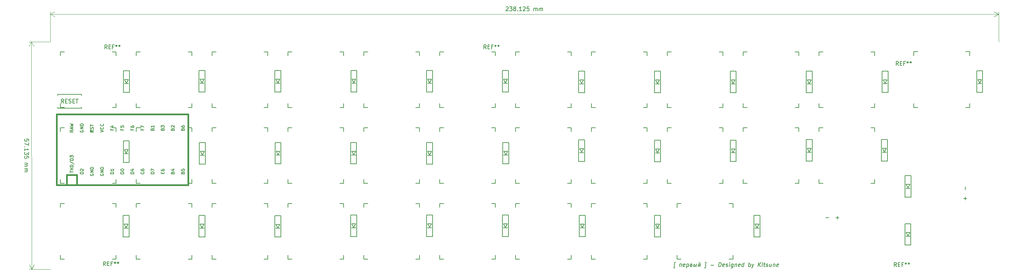
<source format=gto>
G04 #@! TF.GenerationSoftware,KiCad,Pcbnew,(5.1.5-0-10_14)*
G04 #@! TF.CreationDate,2019-12-29T16:50:37+09:00*
G04 #@! TF.ProjectId,First_keyboard30,46697273-745f-46b6-9579-626f61726433,rev?*
G04 #@! TF.SameCoordinates,Original*
G04 #@! TF.FileFunction,Legend,Top*
G04 #@! TF.FilePolarity,Positive*
%FSLAX46Y46*%
G04 Gerber Fmt 4.6, Leading zero omitted, Abs format (unit mm)*
G04 Created by KiCad (PCBNEW (5.1.5-0-10_14)) date 2019-12-29 16:50:37*
%MOMM*%
%LPD*%
G04 APERTURE LIST*
%ADD10C,0.150000*%
%ADD11C,0.120000*%
%ADD12C,0.381000*%
G04 APERTURE END LIST*
D10*
X142483410Y-74337619D02*
X142531029Y-74290000D01*
X142626267Y-74242380D01*
X142864362Y-74242380D01*
X142959600Y-74290000D01*
X143007219Y-74337619D01*
X143054838Y-74432857D01*
X143054838Y-74528095D01*
X143007219Y-74670952D01*
X142435791Y-75242380D01*
X143054838Y-75242380D01*
X143388172Y-74242380D02*
X144007219Y-74242380D01*
X143673886Y-74623333D01*
X143816743Y-74623333D01*
X143911981Y-74670952D01*
X143959600Y-74718571D01*
X144007219Y-74813809D01*
X144007219Y-75051904D01*
X143959600Y-75147142D01*
X143911981Y-75194761D01*
X143816743Y-75242380D01*
X143531029Y-75242380D01*
X143435791Y-75194761D01*
X143388172Y-75147142D01*
X144578648Y-74670952D02*
X144483410Y-74623333D01*
X144435791Y-74575714D01*
X144388172Y-74480476D01*
X144388172Y-74432857D01*
X144435791Y-74337619D01*
X144483410Y-74290000D01*
X144578648Y-74242380D01*
X144769124Y-74242380D01*
X144864362Y-74290000D01*
X144911981Y-74337619D01*
X144959600Y-74432857D01*
X144959600Y-74480476D01*
X144911981Y-74575714D01*
X144864362Y-74623333D01*
X144769124Y-74670952D01*
X144578648Y-74670952D01*
X144483410Y-74718571D01*
X144435791Y-74766190D01*
X144388172Y-74861428D01*
X144388172Y-75051904D01*
X144435791Y-75147142D01*
X144483410Y-75194761D01*
X144578648Y-75242380D01*
X144769124Y-75242380D01*
X144864362Y-75194761D01*
X144911981Y-75147142D01*
X144959600Y-75051904D01*
X144959600Y-74861428D01*
X144911981Y-74766190D01*
X144864362Y-74718571D01*
X144769124Y-74670952D01*
X145388172Y-75147142D02*
X145435791Y-75194761D01*
X145388172Y-75242380D01*
X145340553Y-75194761D01*
X145388172Y-75147142D01*
X145388172Y-75242380D01*
X146388172Y-75242380D02*
X145816743Y-75242380D01*
X146102458Y-75242380D02*
X146102458Y-74242380D01*
X146007219Y-74385238D01*
X145911981Y-74480476D01*
X145816743Y-74528095D01*
X146769124Y-74337619D02*
X146816743Y-74290000D01*
X146911981Y-74242380D01*
X147150077Y-74242380D01*
X147245315Y-74290000D01*
X147292934Y-74337619D01*
X147340553Y-74432857D01*
X147340553Y-74528095D01*
X147292934Y-74670952D01*
X146721505Y-75242380D01*
X147340553Y-75242380D01*
X148245315Y-74242380D02*
X147769124Y-74242380D01*
X147721505Y-74718571D01*
X147769124Y-74670952D01*
X147864362Y-74623333D01*
X148102458Y-74623333D01*
X148197696Y-74670952D01*
X148245315Y-74718571D01*
X148292934Y-74813809D01*
X148292934Y-75051904D01*
X148245315Y-75147142D01*
X148197696Y-75194761D01*
X148102458Y-75242380D01*
X147864362Y-75242380D01*
X147769124Y-75194761D01*
X147721505Y-75147142D01*
X149483410Y-75242380D02*
X149483410Y-74575714D01*
X149483410Y-74670952D02*
X149531029Y-74623333D01*
X149626267Y-74575714D01*
X149769124Y-74575714D01*
X149864362Y-74623333D01*
X149911981Y-74718571D01*
X149911981Y-75242380D01*
X149911981Y-74718571D02*
X149959600Y-74623333D01*
X150054838Y-74575714D01*
X150197696Y-74575714D01*
X150292934Y-74623333D01*
X150340553Y-74718571D01*
X150340553Y-75242380D01*
X150816743Y-75242380D02*
X150816743Y-74575714D01*
X150816743Y-74670952D02*
X150864362Y-74623333D01*
X150959600Y-74575714D01*
X151102458Y-74575714D01*
X151197696Y-74623333D01*
X151245315Y-74718571D01*
X151245315Y-75242380D01*
X151245315Y-74718571D02*
X151292934Y-74623333D01*
X151388172Y-74575714D01*
X151531029Y-74575714D01*
X151626267Y-74623333D01*
X151673886Y-74718571D01*
X151673886Y-75242380D01*
D11*
X28040000Y-76060000D02*
X266164916Y-76060000D01*
X28040000Y-83020000D02*
X28040000Y-75473579D01*
X266164916Y-83020000D02*
X266164916Y-75473579D01*
X266164916Y-76060000D02*
X265038412Y-76646421D01*
X266164916Y-76060000D02*
X265038412Y-75473579D01*
X28040000Y-76060000D02*
X29166504Y-76646421D01*
X28040000Y-76060000D02*
X29166504Y-75473579D01*
D10*
X22609398Y-107969879D02*
X22609273Y-107493689D01*
X22133070Y-107446195D01*
X22180702Y-107493801D01*
X22228346Y-107589027D01*
X22228409Y-107827122D01*
X22180814Y-107922373D01*
X22133208Y-107970004D01*
X22037982Y-108017648D01*
X21799887Y-108017711D01*
X21704637Y-107970117D01*
X21657005Y-107922510D01*
X21609361Y-107827285D01*
X21609298Y-107589189D01*
X21656892Y-107493939D01*
X21704499Y-107446307D01*
X22609498Y-108350832D02*
X22609673Y-109017498D01*
X21609561Y-108589189D01*
X21705012Y-109398688D02*
X21657405Y-109446320D01*
X21609773Y-109398713D01*
X21657380Y-109351082D01*
X21705012Y-109398688D01*
X21609773Y-109398713D01*
X21610036Y-110398713D02*
X21609886Y-109827285D01*
X21609961Y-110112999D02*
X22609961Y-110112736D01*
X22467079Y-110017536D01*
X22371816Y-109922323D01*
X22324172Y-109827097D01*
X22610123Y-110731784D02*
X22610286Y-111350832D01*
X22229246Y-111017598D01*
X22229284Y-111160455D01*
X22181690Y-111255706D01*
X22134083Y-111303337D01*
X22038857Y-111350982D01*
X21800762Y-111351044D01*
X21705512Y-111303450D01*
X21657880Y-111255843D01*
X21610236Y-111160618D01*
X21610161Y-110874904D01*
X21657755Y-110779653D01*
X21705362Y-110732021D01*
X22610524Y-112255593D02*
X22610399Y-111779403D01*
X22134196Y-111731909D01*
X22181827Y-111779515D01*
X22229471Y-111874741D01*
X22229534Y-112112836D01*
X22181940Y-112208087D01*
X22134333Y-112255718D01*
X22039108Y-112303362D01*
X21801012Y-112303425D01*
X21705762Y-112255831D01*
X21658130Y-112208224D01*
X21610486Y-112112999D01*
X21610424Y-111874904D01*
X21658018Y-111779653D01*
X21705624Y-111732021D01*
X21610849Y-113493951D02*
X22277515Y-113493776D01*
X22182277Y-113493801D02*
X22229909Y-113541408D01*
X22277553Y-113636633D01*
X22277590Y-113779490D01*
X22229996Y-113874741D01*
X22134771Y-113922385D01*
X21610961Y-113922523D01*
X22134771Y-113922385D02*
X22230021Y-113969979D01*
X22277665Y-114065205D01*
X22277703Y-114208062D01*
X22230109Y-114303312D01*
X22134883Y-114350956D01*
X21611074Y-114351094D01*
X21611199Y-114827284D02*
X22277865Y-114827109D01*
X22182627Y-114827134D02*
X22230259Y-114874741D01*
X22277903Y-114969967D01*
X22277940Y-115112824D01*
X22230346Y-115208074D01*
X22135121Y-115255718D01*
X21611311Y-115255856D01*
X22135121Y-115255718D02*
X22230371Y-115303312D01*
X22278015Y-115398538D01*
X22278053Y-115541395D01*
X22230459Y-115636646D01*
X22135233Y-115684290D01*
X21611424Y-115684427D01*
D11*
X23325230Y-83021238D02*
X23340230Y-140156238D01*
X28040000Y-83020000D02*
X22738809Y-83021392D01*
X28055000Y-140155000D02*
X22753809Y-140156392D01*
X23340230Y-140156238D02*
X22753514Y-139029888D01*
X23340230Y-140156238D02*
X23926355Y-139029580D01*
X23325230Y-83021238D02*
X22739105Y-84147896D01*
X23325230Y-83021238D02*
X23911946Y-84147588D01*
D10*
X184878824Y-139855714D02*
X184640729Y-139855714D01*
X184819300Y-138427142D01*
X185057395Y-138427142D01*
X186063348Y-139522380D02*
X186146681Y-138855714D01*
X186575252Y-138855714D01*
X186491919Y-139522380D01*
X187355014Y-139474761D02*
X187253824Y-139522380D01*
X187063348Y-139522380D01*
X186974062Y-139474761D01*
X186938348Y-139379523D01*
X186985967Y-138998571D01*
X187045491Y-138903333D01*
X187146681Y-138855714D01*
X187337157Y-138855714D01*
X187426443Y-138903333D01*
X187462157Y-138998571D01*
X187450252Y-139093809D01*
X186962157Y-139189047D01*
X187908586Y-138855714D02*
X187783586Y-139855714D01*
X187902633Y-138903333D02*
X188003824Y-138855714D01*
X188194300Y-138855714D01*
X188283586Y-138903333D01*
X188325252Y-138950952D01*
X188360967Y-139046190D01*
X188325252Y-139331904D01*
X188265729Y-139427142D01*
X188212157Y-139474761D01*
X188110967Y-139522380D01*
X187920491Y-139522380D01*
X187831205Y-139474761D01*
X189009776Y-139189047D02*
X189146681Y-139236666D01*
X189182395Y-139331904D01*
X189176443Y-139379523D01*
X189116919Y-139474761D01*
X189015729Y-139522380D01*
X188730014Y-139522380D01*
X188813348Y-138855714D01*
X189051443Y-138855714D01*
X189140729Y-138903333D01*
X189176443Y-138998571D01*
X189170491Y-139046190D01*
X189110967Y-139141428D01*
X189009776Y-139189047D01*
X188771681Y-139189047D01*
X190337157Y-138855714D02*
X190253824Y-139522380D01*
X189670491Y-138855714D02*
X189587157Y-139522380D01*
X189825252Y-139522380D01*
X189926443Y-139474761D01*
X189985967Y-139379523D01*
X190003824Y-139236666D01*
X189968110Y-139141428D01*
X189878824Y-139093809D01*
X189640729Y-139093809D01*
X190813348Y-138855714D02*
X190730014Y-139522380D01*
X191289538Y-138855714D01*
X191206205Y-139522380D01*
X190908586Y-138474761D02*
X190944300Y-138570000D01*
X191033586Y-138617619D01*
X191128824Y-138617619D01*
X191230014Y-138570000D01*
X191289538Y-138474761D01*
X192307395Y-139855714D02*
X192545491Y-139855714D01*
X192724062Y-138427142D01*
X192485967Y-138427142D01*
X193920491Y-139141428D02*
X194682395Y-139141428D01*
X195872872Y-139522380D02*
X195997872Y-138522380D01*
X196235967Y-138522380D01*
X196372872Y-138570000D01*
X196456205Y-138665238D01*
X196491919Y-138760476D01*
X196515729Y-138950952D01*
X196497872Y-139093809D01*
X196426443Y-139284285D01*
X196366919Y-139379523D01*
X196259776Y-139474761D01*
X196110967Y-139522380D01*
X195872872Y-139522380D01*
X197259776Y-139474761D02*
X197158586Y-139522380D01*
X196968110Y-139522380D01*
X196878824Y-139474761D01*
X196843110Y-139379523D01*
X196890729Y-138998571D01*
X196950252Y-138903333D01*
X197051443Y-138855714D01*
X197241919Y-138855714D01*
X197331205Y-138903333D01*
X197366919Y-138998571D01*
X197355014Y-139093809D01*
X196866919Y-139189047D01*
X197688348Y-139474761D02*
X197777633Y-139522380D01*
X197968110Y-139522380D01*
X198069300Y-139474761D01*
X198128824Y-139379523D01*
X198134776Y-139331904D01*
X198099062Y-139236666D01*
X198009776Y-139189047D01*
X197866919Y-139189047D01*
X197777633Y-139141428D01*
X197741919Y-139046190D01*
X197747872Y-138998571D01*
X197807395Y-138903333D01*
X197908586Y-138855714D01*
X198051443Y-138855714D01*
X198140729Y-138903333D01*
X198539538Y-139522380D02*
X198622872Y-138855714D01*
X198664538Y-138522380D02*
X198610967Y-138570000D01*
X198652633Y-138617619D01*
X198706205Y-138570000D01*
X198664538Y-138522380D01*
X198652633Y-138617619D01*
X199527633Y-138855714D02*
X199426443Y-139665238D01*
X199366919Y-139760476D01*
X199313348Y-139808095D01*
X199212157Y-139855714D01*
X199069300Y-139855714D01*
X198980014Y-139808095D01*
X199450252Y-139474761D02*
X199349062Y-139522380D01*
X199158586Y-139522380D01*
X199069300Y-139474761D01*
X199027633Y-139427142D01*
X198991919Y-139331904D01*
X199027633Y-139046190D01*
X199087157Y-138950952D01*
X199140729Y-138903333D01*
X199241919Y-138855714D01*
X199432395Y-138855714D01*
X199521681Y-138903333D01*
X200003824Y-138855714D02*
X199920491Y-139522380D01*
X199991919Y-138950952D02*
X200045491Y-138903333D01*
X200146681Y-138855714D01*
X200289538Y-138855714D01*
X200378824Y-138903333D01*
X200414538Y-138998571D01*
X200349062Y-139522380D01*
X201212157Y-139474761D02*
X201110967Y-139522380D01*
X200920491Y-139522380D01*
X200831205Y-139474761D01*
X200795491Y-139379523D01*
X200843110Y-138998571D01*
X200902633Y-138903333D01*
X201003824Y-138855714D01*
X201194300Y-138855714D01*
X201283586Y-138903333D01*
X201319300Y-138998571D01*
X201307395Y-139093809D01*
X200819300Y-139189047D01*
X202110967Y-139522380D02*
X202235967Y-138522380D01*
X202116919Y-139474761D02*
X202015729Y-139522380D01*
X201825252Y-139522380D01*
X201735967Y-139474761D01*
X201694300Y-139427142D01*
X201658586Y-139331904D01*
X201694300Y-139046190D01*
X201753824Y-138950952D01*
X201807395Y-138903333D01*
X201908586Y-138855714D01*
X202099062Y-138855714D01*
X202188348Y-138903333D01*
X203349062Y-139522380D02*
X203474062Y-138522380D01*
X203426443Y-138903333D02*
X203527633Y-138855714D01*
X203718110Y-138855714D01*
X203807395Y-138903333D01*
X203849062Y-138950952D01*
X203884776Y-139046190D01*
X203849062Y-139331904D01*
X203789538Y-139427142D01*
X203735967Y-139474761D01*
X203634776Y-139522380D01*
X203444300Y-139522380D01*
X203355014Y-139474761D01*
X204241919Y-138855714D02*
X204396681Y-139522380D01*
X204718110Y-138855714D02*
X204396681Y-139522380D01*
X204271681Y-139760476D01*
X204218110Y-139808095D01*
X204116919Y-139855714D01*
X205777633Y-139522380D02*
X205902633Y-138522380D01*
X206349062Y-139522380D02*
X205991919Y-138950952D01*
X206474062Y-138522380D02*
X205831205Y-139093809D01*
X206777633Y-139522380D02*
X206860967Y-138855714D01*
X206902633Y-138522380D02*
X206849062Y-138570000D01*
X206890729Y-138617619D01*
X206944300Y-138570000D01*
X206902633Y-138522380D01*
X206890729Y-138617619D01*
X207194300Y-138855714D02*
X207575252Y-138855714D01*
X207378824Y-138522380D02*
X207271681Y-139379523D01*
X207307395Y-139474761D01*
X207396681Y-139522380D01*
X207491919Y-139522380D01*
X207783586Y-139474761D02*
X207872872Y-139522380D01*
X208063348Y-139522380D01*
X208164538Y-139474761D01*
X208224062Y-139379523D01*
X208230014Y-139331904D01*
X208194300Y-139236666D01*
X208105014Y-139189047D01*
X207962157Y-139189047D01*
X207872872Y-139141428D01*
X207837157Y-139046190D01*
X207843110Y-138998571D01*
X207902633Y-138903333D01*
X208003824Y-138855714D01*
X208146681Y-138855714D01*
X208235967Y-138903333D01*
X209146681Y-138855714D02*
X209063348Y-139522380D01*
X208718110Y-138855714D02*
X208652633Y-139379523D01*
X208688348Y-139474761D01*
X208777633Y-139522380D01*
X208920491Y-139522380D01*
X209021681Y-139474761D01*
X209075252Y-139427142D01*
X209622872Y-138855714D02*
X209539538Y-139522380D01*
X209610967Y-138950952D02*
X209664538Y-138903333D01*
X209765729Y-138855714D01*
X209908586Y-138855714D01*
X209997872Y-138903333D01*
X210033586Y-138998571D01*
X209968110Y-139522380D01*
X210831205Y-139474761D02*
X210730014Y-139522380D01*
X210539538Y-139522380D01*
X210450252Y-139474761D01*
X210414538Y-139379523D01*
X210462157Y-138998571D01*
X210521681Y-138903333D01*
X210622872Y-138855714D01*
X210813348Y-138855714D01*
X210902633Y-138903333D01*
X210938348Y-138998571D01*
X210926443Y-139093809D01*
X210438348Y-139189047D01*
X31580000Y-137630000D02*
X30580000Y-137630000D01*
X30580000Y-136630000D02*
X30580000Y-137630000D01*
X44580000Y-123630000D02*
X43580000Y-123630000D01*
X44580000Y-124630000D02*
X44580000Y-123630000D01*
X44580000Y-137630000D02*
X44580000Y-136630000D01*
X43580000Y-137630000D02*
X44580000Y-137630000D01*
X30580000Y-123630000D02*
X31580000Y-123630000D01*
X30580000Y-124630000D02*
X30580000Y-123630000D01*
X106780000Y-86530000D02*
X106780000Y-85530000D01*
X106780000Y-85530000D02*
X107780000Y-85530000D01*
X119780000Y-99530000D02*
X120780000Y-99530000D01*
X120780000Y-99530000D02*
X120780000Y-98530000D01*
X120780000Y-86530000D02*
X120780000Y-85530000D01*
X120780000Y-85530000D02*
X119780000Y-85530000D01*
X106780000Y-98530000D02*
X106780000Y-99530000D01*
X107780000Y-99530000D02*
X106780000Y-99530000D01*
X123300000Y-111440000D02*
X122800000Y-110540000D01*
X122800000Y-110540000D02*
X123800000Y-110540000D01*
X123800000Y-110540000D02*
X123300000Y-111440000D01*
X122800000Y-111540000D02*
X123800000Y-111540000D01*
X122550000Y-108340000D02*
X122550000Y-113740000D01*
X122550000Y-113740000D02*
X124050000Y-113740000D01*
X124050000Y-113740000D02*
X124050000Y-108340000D01*
X124050000Y-108340000D02*
X122550000Y-108340000D01*
X180510000Y-93490000D02*
X180010000Y-92590000D01*
X180010000Y-92590000D02*
X181010000Y-92590000D01*
X181010000Y-92590000D02*
X180510000Y-93490000D01*
X180010000Y-93590000D02*
X181010000Y-93590000D01*
X179760000Y-90390000D02*
X179760000Y-95790000D01*
X179760000Y-95790000D02*
X181260000Y-95790000D01*
X181260000Y-95790000D02*
X181260000Y-90390000D01*
X181260000Y-90390000D02*
X179760000Y-90390000D01*
X245880000Y-99510000D02*
X244880000Y-99510000D01*
X244880000Y-98510000D02*
X244880000Y-99510000D01*
X258880000Y-85510000D02*
X257880000Y-85510000D01*
X258880000Y-86510000D02*
X258880000Y-85510000D01*
X258880000Y-99510000D02*
X258880000Y-98510000D01*
X257880000Y-99510000D02*
X258880000Y-99510000D01*
X244880000Y-85510000D02*
X245880000Y-85510000D01*
X244880000Y-86510000D02*
X244880000Y-85510000D01*
X47140000Y-93400000D02*
X46640000Y-92500000D01*
X46640000Y-92500000D02*
X47640000Y-92500000D01*
X47640000Y-92500000D02*
X47140000Y-93400000D01*
X46640000Y-93500000D02*
X47640000Y-93500000D01*
X46390000Y-90300000D02*
X46390000Y-95700000D01*
X46390000Y-95700000D02*
X47890000Y-95700000D01*
X47890000Y-95700000D02*
X47890000Y-90300000D01*
X47890000Y-90300000D02*
X46390000Y-90300000D01*
X66900000Y-90250000D02*
X65400000Y-90250000D01*
X66900000Y-95650000D02*
X66900000Y-90250000D01*
X65400000Y-95650000D02*
X66900000Y-95650000D01*
X65400000Y-90250000D02*
X65400000Y-95650000D01*
X65650000Y-93450000D02*
X66650000Y-93450000D01*
X66650000Y-92450000D02*
X66150000Y-93350000D01*
X65650000Y-92450000D02*
X66650000Y-92450000D01*
X66150000Y-93350000D02*
X65650000Y-92450000D01*
X85180000Y-93350000D02*
X84680000Y-92450000D01*
X84680000Y-92450000D02*
X85680000Y-92450000D01*
X85680000Y-92450000D02*
X85180000Y-93350000D01*
X84680000Y-93450000D02*
X85680000Y-93450000D01*
X84430000Y-90250000D02*
X84430000Y-95650000D01*
X84430000Y-95650000D02*
X85930000Y-95650000D01*
X85930000Y-95650000D02*
X85930000Y-90250000D01*
X85930000Y-90250000D02*
X84430000Y-90250000D01*
X105020000Y-90240000D02*
X103520000Y-90240000D01*
X105020000Y-95640000D02*
X105020000Y-90240000D01*
X103520000Y-95640000D02*
X105020000Y-95640000D01*
X103520000Y-90240000D02*
X103520000Y-95640000D01*
X103770000Y-93440000D02*
X104770000Y-93440000D01*
X104770000Y-92440000D02*
X104270000Y-93340000D01*
X103770000Y-92440000D02*
X104770000Y-92440000D01*
X104270000Y-93340000D02*
X103770000Y-92440000D01*
X124030000Y-90240000D02*
X122530000Y-90240000D01*
X124030000Y-95640000D02*
X124030000Y-90240000D01*
X122530000Y-95640000D02*
X124030000Y-95640000D01*
X122530000Y-90240000D02*
X122530000Y-95640000D01*
X122780000Y-93440000D02*
X123780000Y-93440000D01*
X123780000Y-92440000D02*
X123280000Y-93340000D01*
X122780000Y-92440000D02*
X123780000Y-92440000D01*
X123280000Y-93340000D02*
X122780000Y-92440000D01*
X142350000Y-93350000D02*
X141850000Y-92450000D01*
X141850000Y-92450000D02*
X142850000Y-92450000D01*
X142850000Y-92450000D02*
X142350000Y-93350000D01*
X141850000Y-93450000D02*
X142850000Y-93450000D01*
X141600000Y-90250000D02*
X141600000Y-95650000D01*
X141600000Y-95650000D02*
X143100000Y-95650000D01*
X143100000Y-95650000D02*
X143100000Y-90250000D01*
X143100000Y-90250000D02*
X141600000Y-90250000D01*
X161460000Y-93480000D02*
X160960000Y-92580000D01*
X160960000Y-92580000D02*
X161960000Y-92580000D01*
X161960000Y-92580000D02*
X161460000Y-93480000D01*
X160960000Y-93580000D02*
X161960000Y-93580000D01*
X160710000Y-90380000D02*
X160710000Y-95780000D01*
X160710000Y-95780000D02*
X162210000Y-95780000D01*
X162210000Y-95780000D02*
X162210000Y-90380000D01*
X162210000Y-90380000D02*
X160710000Y-90380000D01*
X200270000Y-90390000D02*
X198770000Y-90390000D01*
X200270000Y-95790000D02*
X200270000Y-90390000D01*
X198770000Y-95790000D02*
X200270000Y-95790000D01*
X198770000Y-90390000D02*
X198770000Y-95790000D01*
X199020000Y-93590000D02*
X200020000Y-93590000D01*
X200020000Y-92590000D02*
X199520000Y-93490000D01*
X199020000Y-92590000D02*
X200020000Y-92590000D01*
X199520000Y-93490000D02*
X199020000Y-92590000D01*
X218590000Y-93490000D02*
X218090000Y-92590000D01*
X218090000Y-92590000D02*
X219090000Y-92590000D01*
X219090000Y-92590000D02*
X218590000Y-93490000D01*
X218090000Y-93590000D02*
X219090000Y-93590000D01*
X217840000Y-90390000D02*
X217840000Y-95790000D01*
X217840000Y-95790000D02*
X219340000Y-95790000D01*
X219340000Y-95790000D02*
X219340000Y-90390000D01*
X219340000Y-90390000D02*
X217840000Y-90390000D01*
X238390000Y-90360000D02*
X236890000Y-90360000D01*
X238390000Y-95760000D02*
X238390000Y-90360000D01*
X236890000Y-95760000D02*
X238390000Y-95760000D01*
X236890000Y-90360000D02*
X236890000Y-95760000D01*
X237140000Y-93560000D02*
X238140000Y-93560000D01*
X238140000Y-92560000D02*
X237640000Y-93460000D01*
X237140000Y-92560000D02*
X238140000Y-92560000D01*
X237640000Y-93460000D02*
X237140000Y-92560000D01*
X261420000Y-93410000D02*
X260920000Y-92510000D01*
X260920000Y-92510000D02*
X261920000Y-92510000D01*
X261920000Y-92510000D02*
X261420000Y-93410000D01*
X260920000Y-93510000D02*
X261920000Y-93510000D01*
X260670000Y-90310000D02*
X260670000Y-95710000D01*
X260670000Y-95710000D02*
X262170000Y-95710000D01*
X262170000Y-95710000D02*
X262170000Y-90310000D01*
X262170000Y-90310000D02*
X260670000Y-90310000D01*
X47870000Y-107950000D02*
X46370000Y-107950000D01*
X47870000Y-113350000D02*
X47870000Y-107950000D01*
X46370000Y-113350000D02*
X47870000Y-113350000D01*
X46370000Y-107950000D02*
X46370000Y-113350000D01*
X46620000Y-111150000D02*
X47620000Y-111150000D01*
X47620000Y-110150000D02*
X47120000Y-111050000D01*
X46620000Y-110150000D02*
X47620000Y-110150000D01*
X47120000Y-111050000D02*
X46620000Y-110150000D01*
X66990000Y-108360000D02*
X65490000Y-108360000D01*
X66990000Y-113760000D02*
X66990000Y-108360000D01*
X65490000Y-113760000D02*
X66990000Y-113760000D01*
X65490000Y-108360000D02*
X65490000Y-113760000D01*
X65740000Y-111560000D02*
X66740000Y-111560000D01*
X66740000Y-110560000D02*
X66240000Y-111460000D01*
X65740000Y-110560000D02*
X66740000Y-110560000D01*
X66240000Y-111460000D02*
X65740000Y-110560000D01*
X85230000Y-111410000D02*
X84730000Y-110510000D01*
X84730000Y-110510000D02*
X85730000Y-110510000D01*
X85730000Y-110510000D02*
X85230000Y-111410000D01*
X84730000Y-111510000D02*
X85730000Y-111510000D01*
X84480000Y-108310000D02*
X84480000Y-113710000D01*
X84480000Y-113710000D02*
X85980000Y-113710000D01*
X85980000Y-113710000D02*
X85980000Y-108310000D01*
X85980000Y-108310000D02*
X84480000Y-108310000D01*
X104950000Y-108310000D02*
X103450000Y-108310000D01*
X104950000Y-113710000D02*
X104950000Y-108310000D01*
X103450000Y-113710000D02*
X104950000Y-113710000D01*
X103450000Y-108310000D02*
X103450000Y-113710000D01*
X103700000Y-111510000D02*
X104700000Y-111510000D01*
X104700000Y-110510000D02*
X104200000Y-111410000D01*
X103700000Y-110510000D02*
X104700000Y-110510000D01*
X104200000Y-111410000D02*
X103700000Y-110510000D01*
X143190000Y-108300000D02*
X141690000Y-108300000D01*
X143190000Y-113700000D02*
X143190000Y-108300000D01*
X141690000Y-113700000D02*
X143190000Y-113700000D01*
X141690000Y-108300000D02*
X141690000Y-113700000D01*
X141940000Y-111500000D02*
X142940000Y-111500000D01*
X142940000Y-110500000D02*
X142440000Y-111400000D01*
X141940000Y-110500000D02*
X142940000Y-110500000D01*
X142440000Y-111400000D02*
X141940000Y-110500000D01*
X161480000Y-110740000D02*
X160980000Y-109840000D01*
X160980000Y-109840000D02*
X161980000Y-109840000D01*
X161980000Y-109840000D02*
X161480000Y-110740000D01*
X160980000Y-110840000D02*
X161980000Y-110840000D01*
X160730000Y-107640000D02*
X160730000Y-113040000D01*
X160730000Y-113040000D02*
X162230000Y-113040000D01*
X162230000Y-113040000D02*
X162230000Y-107640000D01*
X162230000Y-107640000D02*
X160730000Y-107640000D01*
X181260000Y-107740000D02*
X179760000Y-107740000D01*
X181260000Y-113140000D02*
X181260000Y-107740000D01*
X179760000Y-113140000D02*
X181260000Y-113140000D01*
X179760000Y-107740000D02*
X179760000Y-113140000D01*
X180010000Y-110940000D02*
X181010000Y-110940000D01*
X181010000Y-109940000D02*
X180510000Y-110840000D01*
X180010000Y-109940000D02*
X181010000Y-109940000D01*
X180510000Y-110840000D02*
X180010000Y-109940000D01*
X199520000Y-110820000D02*
X199020000Y-109920000D01*
X199020000Y-109920000D02*
X200020000Y-109920000D01*
X200020000Y-109920000D02*
X199520000Y-110820000D01*
X199020000Y-110920000D02*
X200020000Y-110920000D01*
X198770000Y-107720000D02*
X198770000Y-113120000D01*
X198770000Y-113120000D02*
X200270000Y-113120000D01*
X200270000Y-113120000D02*
X200270000Y-107720000D01*
X200270000Y-107720000D02*
X198770000Y-107720000D01*
X219340000Y-107580000D02*
X217840000Y-107580000D01*
X219340000Y-112980000D02*
X219340000Y-107580000D01*
X217840000Y-112980000D02*
X219340000Y-112980000D01*
X217840000Y-107580000D02*
X217840000Y-112980000D01*
X218090000Y-110780000D02*
X219090000Y-110780000D01*
X219090000Y-109780000D02*
X218590000Y-110680000D01*
X218090000Y-109780000D02*
X219090000Y-109780000D01*
X218590000Y-110680000D02*
X218090000Y-109780000D01*
X237510000Y-110700000D02*
X237010000Y-109800000D01*
X237010000Y-109800000D02*
X238010000Y-109800000D01*
X238010000Y-109800000D02*
X237510000Y-110700000D01*
X237010000Y-110800000D02*
X238010000Y-110800000D01*
X236760000Y-107600000D02*
X236760000Y-113000000D01*
X236760000Y-113000000D02*
X238260000Y-113000000D01*
X238260000Y-113000000D02*
X238260000Y-107600000D01*
X238260000Y-107600000D02*
X236760000Y-107600000D01*
X47860000Y-126650000D02*
X46360000Y-126650000D01*
X47860000Y-132050000D02*
X47860000Y-126650000D01*
X46360000Y-132050000D02*
X47860000Y-132050000D01*
X46360000Y-126650000D02*
X46360000Y-132050000D01*
X46610000Y-129850000D02*
X47610000Y-129850000D01*
X47610000Y-128850000D02*
X47110000Y-129750000D01*
X46610000Y-128850000D02*
X47610000Y-128850000D01*
X47110000Y-129750000D02*
X46610000Y-128850000D01*
X66160000Y-129760000D02*
X65660000Y-128860000D01*
X65660000Y-128860000D02*
X66660000Y-128860000D01*
X66660000Y-128860000D02*
X66160000Y-129760000D01*
X65660000Y-129860000D02*
X66660000Y-129860000D01*
X65410000Y-126660000D02*
X65410000Y-132060000D01*
X65410000Y-132060000D02*
X66910000Y-132060000D01*
X66910000Y-132060000D02*
X66910000Y-126660000D01*
X66910000Y-126660000D02*
X65410000Y-126660000D01*
X85170000Y-129780000D02*
X84670000Y-128880000D01*
X84670000Y-128880000D02*
X85670000Y-128880000D01*
X85670000Y-128880000D02*
X85170000Y-129780000D01*
X84670000Y-129880000D02*
X85670000Y-129880000D01*
X84420000Y-126680000D02*
X84420000Y-132080000D01*
X84420000Y-132080000D02*
X85920000Y-132080000D01*
X85920000Y-132080000D02*
X85920000Y-126680000D01*
X85920000Y-126680000D02*
X84420000Y-126680000D01*
X104960000Y-126540000D02*
X103460000Y-126540000D01*
X104960000Y-131940000D02*
X104960000Y-126540000D01*
X103460000Y-131940000D02*
X104960000Y-131940000D01*
X103460000Y-126540000D02*
X103460000Y-131940000D01*
X103710000Y-129740000D02*
X104710000Y-129740000D01*
X104710000Y-128740000D02*
X104210000Y-129640000D01*
X103710000Y-128740000D02*
X104710000Y-128740000D01*
X104210000Y-129640000D02*
X103710000Y-128740000D01*
X123310000Y-129630000D02*
X122810000Y-128730000D01*
X122810000Y-128730000D02*
X123810000Y-128730000D01*
X123810000Y-128730000D02*
X123310000Y-129630000D01*
X122810000Y-129730000D02*
X123810000Y-129730000D01*
X122560000Y-126530000D02*
X122560000Y-131930000D01*
X122560000Y-131930000D02*
X124060000Y-131930000D01*
X124060000Y-131930000D02*
X124060000Y-126530000D01*
X124060000Y-126530000D02*
X122560000Y-126530000D01*
X143080000Y-126540000D02*
X141580000Y-126540000D01*
X143080000Y-131940000D02*
X143080000Y-126540000D01*
X141580000Y-131940000D02*
X143080000Y-131940000D01*
X141580000Y-126540000D02*
X141580000Y-131940000D01*
X141830000Y-129740000D02*
X142830000Y-129740000D01*
X142830000Y-128740000D02*
X142330000Y-129640000D01*
X141830000Y-128740000D02*
X142830000Y-128740000D01*
X142330000Y-129640000D02*
X141830000Y-128740000D01*
X243390000Y-131810000D02*
X242890000Y-130910000D01*
X242890000Y-130910000D02*
X243890000Y-130910000D01*
X243890000Y-130910000D02*
X243390000Y-131810000D01*
X242890000Y-131910000D02*
X243890000Y-131910000D01*
X242640000Y-128710000D02*
X242640000Y-134110000D01*
X242640000Y-134110000D02*
X244140000Y-134110000D01*
X244140000Y-134110000D02*
X244140000Y-128710000D01*
X244140000Y-128710000D02*
X242640000Y-128710000D01*
X162370000Y-126590000D02*
X160870000Y-126590000D01*
X162370000Y-131990000D02*
X162370000Y-126590000D01*
X160870000Y-131990000D02*
X162370000Y-131990000D01*
X160870000Y-126590000D02*
X160870000Y-131990000D01*
X161120000Y-129790000D02*
X162120000Y-129790000D01*
X162120000Y-128790000D02*
X161620000Y-129690000D01*
X161120000Y-128790000D02*
X162120000Y-128790000D01*
X161620000Y-129690000D02*
X161120000Y-128790000D01*
X181260000Y-126630000D02*
X179760000Y-126630000D01*
X181260000Y-132030000D02*
X181260000Y-126630000D01*
X179760000Y-132030000D02*
X181260000Y-132030000D01*
X179760000Y-126630000D02*
X179760000Y-132030000D01*
X180010000Y-129830000D02*
X181010000Y-129830000D01*
X181010000Y-128830000D02*
X180510000Y-129730000D01*
X180010000Y-128830000D02*
X181010000Y-128830000D01*
X180510000Y-129730000D02*
X180010000Y-128830000D01*
X205500000Y-129720000D02*
X205000000Y-128820000D01*
X205000000Y-128820000D02*
X206000000Y-128820000D01*
X206000000Y-128820000D02*
X205500000Y-129720000D01*
X205000000Y-129820000D02*
X206000000Y-129820000D01*
X204750000Y-126620000D02*
X204750000Y-132020000D01*
X204750000Y-132020000D02*
X206250000Y-132020000D01*
X206250000Y-132020000D02*
X206250000Y-126620000D01*
X206250000Y-126620000D02*
X204750000Y-126620000D01*
X244150000Y-116620000D02*
X242650000Y-116620000D01*
X244150000Y-122020000D02*
X244150000Y-116620000D01*
X242650000Y-122020000D02*
X244150000Y-122020000D01*
X242650000Y-116620000D02*
X242650000Y-122020000D01*
X242900000Y-119820000D02*
X243900000Y-119820000D01*
X243900000Y-118820000D02*
X243400000Y-119720000D01*
X242900000Y-118820000D02*
X243900000Y-118820000D01*
X243400000Y-119720000D02*
X242900000Y-118820000D01*
X29870000Y-99710000D02*
X35870000Y-99710000D01*
X35870000Y-99710000D02*
X35870000Y-99460000D01*
X29870000Y-99710000D02*
X29870000Y-99460000D01*
X29870000Y-96210000D02*
X29870000Y-96460000D01*
X29870000Y-96210000D02*
X35870000Y-96210000D01*
X35870000Y-96210000D02*
X35870000Y-96460000D01*
X31580000Y-99530000D02*
X30580000Y-99530000D01*
X30580000Y-98530000D02*
X30580000Y-99530000D01*
X44580000Y-85530000D02*
X43580000Y-85530000D01*
X44580000Y-86530000D02*
X44580000Y-85530000D01*
X44580000Y-99530000D02*
X44580000Y-98530000D01*
X43580000Y-99530000D02*
X44580000Y-99530000D01*
X30580000Y-85530000D02*
X31580000Y-85530000D01*
X30580000Y-86530000D02*
X30580000Y-85530000D01*
X49630000Y-86530000D02*
X49630000Y-85530000D01*
X49630000Y-85530000D02*
X50630000Y-85530000D01*
X62630000Y-99530000D02*
X63630000Y-99530000D01*
X63630000Y-99530000D02*
X63630000Y-98530000D01*
X63630000Y-86530000D02*
X63630000Y-85530000D01*
X63630000Y-85530000D02*
X62630000Y-85530000D01*
X49630000Y-98530000D02*
X49630000Y-99530000D01*
X50630000Y-99530000D02*
X49630000Y-99530000D01*
X69680000Y-99530000D02*
X68680000Y-99530000D01*
X68680000Y-98530000D02*
X68680000Y-99530000D01*
X82680000Y-85530000D02*
X81680000Y-85530000D01*
X82680000Y-86530000D02*
X82680000Y-85530000D01*
X82680000Y-99530000D02*
X82680000Y-98530000D01*
X81680000Y-99530000D02*
X82680000Y-99530000D01*
X68680000Y-85530000D02*
X69680000Y-85530000D01*
X68680000Y-86530000D02*
X68680000Y-85530000D01*
X88730000Y-99530000D02*
X87730000Y-99530000D01*
X87730000Y-98530000D02*
X87730000Y-99530000D01*
X101730000Y-85530000D02*
X100730000Y-85530000D01*
X101730000Y-86530000D02*
X101730000Y-85530000D01*
X101730000Y-99530000D02*
X101730000Y-98530000D01*
X100730000Y-99530000D02*
X101730000Y-99530000D01*
X87730000Y-85530000D02*
X88730000Y-85530000D01*
X87730000Y-86530000D02*
X87730000Y-85530000D01*
X125830000Y-86530000D02*
X125830000Y-85530000D01*
X125830000Y-85530000D02*
X126830000Y-85530000D01*
X138830000Y-99530000D02*
X139830000Y-99530000D01*
X139830000Y-99530000D02*
X139830000Y-98530000D01*
X139830000Y-86530000D02*
X139830000Y-85530000D01*
X139830000Y-85530000D02*
X138830000Y-85530000D01*
X125830000Y-98530000D02*
X125830000Y-99530000D01*
X126830000Y-99530000D02*
X125830000Y-99530000D01*
X144880000Y-86530000D02*
X144880000Y-85530000D01*
X144880000Y-85530000D02*
X145880000Y-85530000D01*
X157880000Y-99530000D02*
X158880000Y-99530000D01*
X158880000Y-99530000D02*
X158880000Y-98530000D01*
X158880000Y-86530000D02*
X158880000Y-85530000D01*
X158880000Y-85530000D02*
X157880000Y-85530000D01*
X144880000Y-98530000D02*
X144880000Y-99530000D01*
X145880000Y-99530000D02*
X144880000Y-99530000D01*
X164930000Y-99530000D02*
X163930000Y-99530000D01*
X163930000Y-98530000D02*
X163930000Y-99530000D01*
X177930000Y-85530000D02*
X176930000Y-85530000D01*
X177930000Y-86530000D02*
X177930000Y-85530000D01*
X177930000Y-99530000D02*
X177930000Y-98530000D01*
X176930000Y-99530000D02*
X177930000Y-99530000D01*
X163930000Y-85530000D02*
X164930000Y-85530000D01*
X163930000Y-86530000D02*
X163930000Y-85530000D01*
X183980000Y-99530000D02*
X182980000Y-99530000D01*
X182980000Y-98530000D02*
X182980000Y-99530000D01*
X196980000Y-85530000D02*
X195980000Y-85530000D01*
X196980000Y-86530000D02*
X196980000Y-85530000D01*
X196980000Y-99530000D02*
X196980000Y-98530000D01*
X195980000Y-99530000D02*
X196980000Y-99530000D01*
X182980000Y-85530000D02*
X183980000Y-85530000D01*
X182980000Y-86530000D02*
X182980000Y-85530000D01*
X202030000Y-86530000D02*
X202030000Y-85530000D01*
X202030000Y-85530000D02*
X203030000Y-85530000D01*
X215030000Y-99530000D02*
X216030000Y-99530000D01*
X216030000Y-99530000D02*
X216030000Y-98530000D01*
X216030000Y-86530000D02*
X216030000Y-85530000D01*
X216030000Y-85530000D02*
X215030000Y-85530000D01*
X202030000Y-98530000D02*
X202030000Y-99530000D01*
X203030000Y-99530000D02*
X202030000Y-99530000D01*
X221080000Y-86530000D02*
X221080000Y-85530000D01*
X221080000Y-85530000D02*
X222080000Y-85530000D01*
X234080000Y-99530000D02*
X235080000Y-99530000D01*
X235080000Y-99530000D02*
X235080000Y-98530000D01*
X235080000Y-86530000D02*
X235080000Y-85530000D01*
X235080000Y-85530000D02*
X234080000Y-85530000D01*
X221080000Y-98530000D02*
X221080000Y-99530000D01*
X222080000Y-99530000D02*
X221080000Y-99530000D01*
X30580000Y-105580000D02*
X30580000Y-104580000D01*
X30580000Y-104580000D02*
X31580000Y-104580000D01*
X43580000Y-118580000D02*
X44580000Y-118580000D01*
X44580000Y-118580000D02*
X44580000Y-117580000D01*
X44580000Y-105580000D02*
X44580000Y-104580000D01*
X44580000Y-104580000D02*
X43580000Y-104580000D01*
X30580000Y-117580000D02*
X30580000Y-118580000D01*
X31580000Y-118580000D02*
X30580000Y-118580000D01*
X49630000Y-105580000D02*
X49630000Y-104580000D01*
X49630000Y-104580000D02*
X50630000Y-104580000D01*
X62630000Y-118580000D02*
X63630000Y-118580000D01*
X63630000Y-118580000D02*
X63630000Y-117580000D01*
X63630000Y-105580000D02*
X63630000Y-104580000D01*
X63630000Y-104580000D02*
X62630000Y-104580000D01*
X49630000Y-117580000D02*
X49630000Y-118580000D01*
X50630000Y-118580000D02*
X49630000Y-118580000D01*
X69680000Y-118580000D02*
X68680000Y-118580000D01*
X68680000Y-117580000D02*
X68680000Y-118580000D01*
X82680000Y-104580000D02*
X81680000Y-104580000D01*
X82680000Y-105580000D02*
X82680000Y-104580000D01*
X82680000Y-118580000D02*
X82680000Y-117580000D01*
X81680000Y-118580000D02*
X82680000Y-118580000D01*
X68680000Y-104580000D02*
X69680000Y-104580000D01*
X68680000Y-105580000D02*
X68680000Y-104580000D01*
X88730000Y-118580000D02*
X87730000Y-118580000D01*
X87730000Y-117580000D02*
X87730000Y-118580000D01*
X101730000Y-104580000D02*
X100730000Y-104580000D01*
X101730000Y-105580000D02*
X101730000Y-104580000D01*
X101730000Y-118580000D02*
X101730000Y-117580000D01*
X100730000Y-118580000D02*
X101730000Y-118580000D01*
X87730000Y-104580000D02*
X88730000Y-104580000D01*
X87730000Y-105580000D02*
X87730000Y-104580000D01*
X107780000Y-118580000D02*
X106780000Y-118580000D01*
X106780000Y-117580000D02*
X106780000Y-118580000D01*
X120780000Y-104580000D02*
X119780000Y-104580000D01*
X120780000Y-105580000D02*
X120780000Y-104580000D01*
X120780000Y-118580000D02*
X120780000Y-117580000D01*
X119780000Y-118580000D02*
X120780000Y-118580000D01*
X106780000Y-104580000D02*
X107780000Y-104580000D01*
X106780000Y-105580000D02*
X106780000Y-104580000D01*
X125830000Y-105580000D02*
X125830000Y-104580000D01*
X125830000Y-104580000D02*
X126830000Y-104580000D01*
X138830000Y-118580000D02*
X139830000Y-118580000D01*
X139830000Y-118580000D02*
X139830000Y-117580000D01*
X139830000Y-105580000D02*
X139830000Y-104580000D01*
X139830000Y-104580000D02*
X138830000Y-104580000D01*
X125830000Y-117580000D02*
X125830000Y-118580000D01*
X126830000Y-118580000D02*
X125830000Y-118580000D01*
X144880000Y-105580000D02*
X144880000Y-104580000D01*
X144880000Y-104580000D02*
X145880000Y-104580000D01*
X157880000Y-118580000D02*
X158880000Y-118580000D01*
X158880000Y-118580000D02*
X158880000Y-117580000D01*
X158880000Y-105580000D02*
X158880000Y-104580000D01*
X158880000Y-104580000D02*
X157880000Y-104580000D01*
X144880000Y-117580000D02*
X144880000Y-118580000D01*
X145880000Y-118580000D02*
X144880000Y-118580000D01*
X163930000Y-105580000D02*
X163930000Y-104580000D01*
X163930000Y-104580000D02*
X164930000Y-104580000D01*
X176930000Y-118580000D02*
X177930000Y-118580000D01*
X177930000Y-118580000D02*
X177930000Y-117580000D01*
X177930000Y-105580000D02*
X177930000Y-104580000D01*
X177930000Y-104580000D02*
X176930000Y-104580000D01*
X163930000Y-117580000D02*
X163930000Y-118580000D01*
X164930000Y-118580000D02*
X163930000Y-118580000D01*
X182980000Y-105580000D02*
X182980000Y-104580000D01*
X182980000Y-104580000D02*
X183980000Y-104580000D01*
X195980000Y-118580000D02*
X196980000Y-118580000D01*
X196980000Y-118580000D02*
X196980000Y-117580000D01*
X196980000Y-105580000D02*
X196980000Y-104580000D01*
X196980000Y-104580000D02*
X195980000Y-104580000D01*
X182980000Y-117580000D02*
X182980000Y-118580000D01*
X183980000Y-118580000D02*
X182980000Y-118580000D01*
X203030000Y-118580000D02*
X202030000Y-118580000D01*
X202030000Y-117580000D02*
X202030000Y-118580000D01*
X216030000Y-104580000D02*
X215030000Y-104580000D01*
X216030000Y-105580000D02*
X216030000Y-104580000D01*
X216030000Y-118580000D02*
X216030000Y-117580000D01*
X215030000Y-118580000D02*
X216030000Y-118580000D01*
X202030000Y-104580000D02*
X203030000Y-104580000D01*
X202030000Y-105580000D02*
X202030000Y-104580000D01*
X222080000Y-118580000D02*
X221080000Y-118580000D01*
X221080000Y-117580000D02*
X221080000Y-118580000D01*
X235080000Y-104580000D02*
X234080000Y-104580000D01*
X235080000Y-105580000D02*
X235080000Y-104580000D01*
X235080000Y-118580000D02*
X235080000Y-117580000D01*
X234080000Y-118580000D02*
X235080000Y-118580000D01*
X221080000Y-104580000D02*
X222080000Y-104580000D01*
X221080000Y-105580000D02*
X221080000Y-104580000D01*
X49630000Y-124630000D02*
X49630000Y-123630000D01*
X49630000Y-123630000D02*
X50630000Y-123630000D01*
X62630000Y-137630000D02*
X63630000Y-137630000D01*
X63630000Y-137630000D02*
X63630000Y-136630000D01*
X63630000Y-124630000D02*
X63630000Y-123630000D01*
X63630000Y-123630000D02*
X62630000Y-123630000D01*
X49630000Y-136630000D02*
X49630000Y-137630000D01*
X50630000Y-137630000D02*
X49630000Y-137630000D01*
X69680000Y-137630000D02*
X68680000Y-137630000D01*
X68680000Y-136630000D02*
X68680000Y-137630000D01*
X82680000Y-123630000D02*
X81680000Y-123630000D01*
X82680000Y-124630000D02*
X82680000Y-123630000D01*
X82680000Y-137630000D02*
X82680000Y-136630000D01*
X81680000Y-137630000D02*
X82680000Y-137630000D01*
X68680000Y-123630000D02*
X69680000Y-123630000D01*
X68680000Y-124630000D02*
X68680000Y-123630000D01*
X88730000Y-137630000D02*
X87730000Y-137630000D01*
X87730000Y-136630000D02*
X87730000Y-137630000D01*
X101730000Y-123630000D02*
X100730000Y-123630000D01*
X101730000Y-124630000D02*
X101730000Y-123630000D01*
X101730000Y-137630000D02*
X101730000Y-136630000D01*
X100730000Y-137630000D02*
X101730000Y-137630000D01*
X87730000Y-123630000D02*
X88730000Y-123630000D01*
X87730000Y-124630000D02*
X87730000Y-123630000D01*
X107780000Y-137630000D02*
X106780000Y-137630000D01*
X106780000Y-136630000D02*
X106780000Y-137630000D01*
X120780000Y-123630000D02*
X119780000Y-123630000D01*
X120780000Y-124630000D02*
X120780000Y-123630000D01*
X120780000Y-137630000D02*
X120780000Y-136630000D01*
X119780000Y-137630000D02*
X120780000Y-137630000D01*
X106780000Y-123630000D02*
X107780000Y-123630000D01*
X106780000Y-124630000D02*
X106780000Y-123630000D01*
X126830000Y-137630000D02*
X125830000Y-137630000D01*
X125830000Y-136630000D02*
X125830000Y-137630000D01*
X139830000Y-123630000D02*
X138830000Y-123630000D01*
X139830000Y-124630000D02*
X139830000Y-123630000D01*
X139830000Y-137630000D02*
X139830000Y-136630000D01*
X138830000Y-137630000D02*
X139830000Y-137630000D01*
X125830000Y-123630000D02*
X126830000Y-123630000D01*
X125830000Y-124630000D02*
X125830000Y-123630000D01*
X144880000Y-124630000D02*
X144880000Y-123630000D01*
X144880000Y-123630000D02*
X145880000Y-123630000D01*
X157880000Y-137630000D02*
X158880000Y-137630000D01*
X158880000Y-137630000D02*
X158880000Y-136630000D01*
X158880000Y-124630000D02*
X158880000Y-123630000D01*
X158880000Y-123630000D02*
X157880000Y-123630000D01*
X144880000Y-136630000D02*
X144880000Y-137630000D01*
X145880000Y-137630000D02*
X144880000Y-137630000D01*
X163930000Y-124630000D02*
X163930000Y-123630000D01*
X163930000Y-123630000D02*
X164930000Y-123630000D01*
X176930000Y-137630000D02*
X177930000Y-137630000D01*
X177930000Y-137630000D02*
X177930000Y-136630000D01*
X177930000Y-124630000D02*
X177930000Y-123630000D01*
X177930000Y-123630000D02*
X176930000Y-123630000D01*
X163930000Y-136630000D02*
X163930000Y-137630000D01*
X164930000Y-137630000D02*
X163930000Y-137630000D01*
X185450000Y-124640000D02*
X185450000Y-123640000D01*
X185450000Y-123640000D02*
X186450000Y-123640000D01*
X198450000Y-137640000D02*
X199450000Y-137640000D01*
X199450000Y-137640000D02*
X199450000Y-136640000D01*
X199450000Y-124640000D02*
X199450000Y-123640000D01*
X199450000Y-123640000D02*
X198450000Y-123640000D01*
X185450000Y-136640000D02*
X185450000Y-137640000D01*
X186450000Y-137640000D02*
X185450000Y-137640000D01*
D12*
X32190000Y-119030000D02*
X62670000Y-119030000D01*
X62670000Y-119030000D02*
X62670000Y-101250000D01*
X62670000Y-101250000D02*
X32190000Y-101250000D01*
X32190000Y-116490000D02*
X34730000Y-116490000D01*
X34730000Y-116490000D02*
X34730000Y-119030000D01*
D10*
G36*
X38069360Y-105208432D02*
G01*
X38369360Y-105208432D01*
X38369360Y-105308432D01*
X38069360Y-105308432D01*
X38069360Y-105208432D01*
G37*
X38069360Y-105208432D02*
X38369360Y-105208432D01*
X38369360Y-105308432D01*
X38069360Y-105308432D01*
X38069360Y-105208432D01*
G36*
X38469360Y-105408432D02*
G01*
X38569360Y-105408432D01*
X38569360Y-105508432D01*
X38469360Y-105508432D01*
X38469360Y-105408432D01*
G37*
X38469360Y-105408432D02*
X38569360Y-105408432D01*
X38569360Y-105508432D01*
X38469360Y-105508432D01*
X38469360Y-105408432D01*
G36*
X38069360Y-105208432D02*
G01*
X38169360Y-105208432D01*
X38169360Y-105708432D01*
X38069360Y-105708432D01*
X38069360Y-105208432D01*
G37*
X38069360Y-105208432D02*
X38169360Y-105208432D01*
X38169360Y-105708432D01*
X38069360Y-105708432D01*
X38069360Y-105208432D01*
G36*
X38069360Y-105608432D02*
G01*
X38869360Y-105608432D01*
X38869360Y-105708432D01*
X38069360Y-105708432D01*
X38069360Y-105608432D01*
G37*
X38069360Y-105608432D02*
X38869360Y-105608432D01*
X38869360Y-105708432D01*
X38069360Y-105708432D01*
X38069360Y-105608432D01*
G36*
X38669360Y-105208432D02*
G01*
X38869360Y-105208432D01*
X38869360Y-105308432D01*
X38669360Y-105308432D01*
X38669360Y-105208432D01*
G37*
X38669360Y-105208432D02*
X38869360Y-105208432D01*
X38869360Y-105308432D01*
X38669360Y-105308432D01*
X38669360Y-105208432D01*
D12*
X32190000Y-101250000D02*
X29650000Y-101250000D01*
X29650000Y-101250000D02*
X29650000Y-119030000D01*
X29650000Y-119030000D02*
X32190000Y-119030000D01*
X32190000Y-116490000D02*
X32190000Y-119030000D01*
D10*
X41946666Y-139272380D02*
X41613333Y-138796190D01*
X41375238Y-139272380D02*
X41375238Y-138272380D01*
X41756190Y-138272380D01*
X41851428Y-138320000D01*
X41899047Y-138367619D01*
X41946666Y-138462857D01*
X41946666Y-138605714D01*
X41899047Y-138700952D01*
X41851428Y-138748571D01*
X41756190Y-138796190D01*
X41375238Y-138796190D01*
X42375238Y-138748571D02*
X42708571Y-138748571D01*
X42851428Y-139272380D02*
X42375238Y-139272380D01*
X42375238Y-138272380D01*
X42851428Y-138272380D01*
X43613333Y-138748571D02*
X43280000Y-138748571D01*
X43280000Y-139272380D02*
X43280000Y-138272380D01*
X43756190Y-138272380D01*
X44280000Y-138272380D02*
X44280000Y-138510476D01*
X44041904Y-138415238D02*
X44280000Y-138510476D01*
X44518095Y-138415238D01*
X44137142Y-138700952D02*
X44280000Y-138510476D01*
X44422857Y-138700952D01*
X45041904Y-138272380D02*
X45041904Y-138510476D01*
X44803809Y-138415238D02*
X45041904Y-138510476D01*
X45280000Y-138415238D01*
X44899047Y-138700952D02*
X45041904Y-138510476D01*
X45184761Y-138700952D01*
X42316666Y-84822380D02*
X41983333Y-84346190D01*
X41745238Y-84822380D02*
X41745238Y-83822380D01*
X42126190Y-83822380D01*
X42221428Y-83870000D01*
X42269047Y-83917619D01*
X42316666Y-84012857D01*
X42316666Y-84155714D01*
X42269047Y-84250952D01*
X42221428Y-84298571D01*
X42126190Y-84346190D01*
X41745238Y-84346190D01*
X42745238Y-84298571D02*
X43078571Y-84298571D01*
X43221428Y-84822380D02*
X42745238Y-84822380D01*
X42745238Y-83822380D01*
X43221428Y-83822380D01*
X43983333Y-84298571D02*
X43650000Y-84298571D01*
X43650000Y-84822380D02*
X43650000Y-83822380D01*
X44126190Y-83822380D01*
X44650000Y-83822380D02*
X44650000Y-84060476D01*
X44411904Y-83965238D02*
X44650000Y-84060476D01*
X44888095Y-83965238D01*
X44507142Y-84250952D02*
X44650000Y-84060476D01*
X44792857Y-84250952D01*
X45411904Y-83822380D02*
X45411904Y-84060476D01*
X45173809Y-83965238D02*
X45411904Y-84060476D01*
X45650000Y-83965238D01*
X45269047Y-84250952D02*
X45411904Y-84060476D01*
X45554761Y-84250952D01*
X137486666Y-84772380D02*
X137153333Y-84296190D01*
X136915238Y-84772380D02*
X136915238Y-83772380D01*
X137296190Y-83772380D01*
X137391428Y-83820000D01*
X137439047Y-83867619D01*
X137486666Y-83962857D01*
X137486666Y-84105714D01*
X137439047Y-84200952D01*
X137391428Y-84248571D01*
X137296190Y-84296190D01*
X136915238Y-84296190D01*
X137915238Y-84248571D02*
X138248571Y-84248571D01*
X138391428Y-84772380D02*
X137915238Y-84772380D01*
X137915238Y-83772380D01*
X138391428Y-83772380D01*
X139153333Y-84248571D02*
X138820000Y-84248571D01*
X138820000Y-84772380D02*
X138820000Y-83772380D01*
X139296190Y-83772380D01*
X139820000Y-83772380D02*
X139820000Y-84010476D01*
X139581904Y-83915238D02*
X139820000Y-84010476D01*
X140058095Y-83915238D01*
X139677142Y-84200952D02*
X139820000Y-84010476D01*
X139962857Y-84200952D01*
X140581904Y-83772380D02*
X140581904Y-84010476D01*
X140343809Y-83915238D02*
X140581904Y-84010476D01*
X140820000Y-83915238D01*
X140439047Y-84200952D02*
X140581904Y-84010476D01*
X140724761Y-84200952D01*
X240526666Y-139502380D02*
X240193333Y-139026190D01*
X239955238Y-139502380D02*
X239955238Y-138502380D01*
X240336190Y-138502380D01*
X240431428Y-138550000D01*
X240479047Y-138597619D01*
X240526666Y-138692857D01*
X240526666Y-138835714D01*
X240479047Y-138930952D01*
X240431428Y-138978571D01*
X240336190Y-139026190D01*
X239955238Y-139026190D01*
X240955238Y-138978571D02*
X241288571Y-138978571D01*
X241431428Y-139502380D02*
X240955238Y-139502380D01*
X240955238Y-138502380D01*
X241431428Y-138502380D01*
X242193333Y-138978571D02*
X241860000Y-138978571D01*
X241860000Y-139502380D02*
X241860000Y-138502380D01*
X242336190Y-138502380D01*
X242860000Y-138502380D02*
X242860000Y-138740476D01*
X242621904Y-138645238D02*
X242860000Y-138740476D01*
X243098095Y-138645238D01*
X242717142Y-138930952D02*
X242860000Y-138740476D01*
X243002857Y-138930952D01*
X243621904Y-138502380D02*
X243621904Y-138740476D01*
X243383809Y-138645238D02*
X243621904Y-138740476D01*
X243860000Y-138645238D01*
X243479047Y-138930952D02*
X243621904Y-138740476D01*
X243764761Y-138930952D01*
X241016666Y-88972380D02*
X240683333Y-88496190D01*
X240445238Y-88972380D02*
X240445238Y-87972380D01*
X240826190Y-87972380D01*
X240921428Y-88020000D01*
X240969047Y-88067619D01*
X241016666Y-88162857D01*
X241016666Y-88305714D01*
X240969047Y-88400952D01*
X240921428Y-88448571D01*
X240826190Y-88496190D01*
X240445238Y-88496190D01*
X241445238Y-88448571D02*
X241778571Y-88448571D01*
X241921428Y-88972380D02*
X241445238Y-88972380D01*
X241445238Y-87972380D01*
X241921428Y-87972380D01*
X242683333Y-88448571D02*
X242350000Y-88448571D01*
X242350000Y-88972380D02*
X242350000Y-87972380D01*
X242826190Y-87972380D01*
X243350000Y-87972380D02*
X243350000Y-88210476D01*
X243111904Y-88115238D02*
X243350000Y-88210476D01*
X243588095Y-88115238D01*
X243207142Y-88400952D02*
X243350000Y-88210476D01*
X243492857Y-88400952D01*
X244111904Y-87972380D02*
X244111904Y-88210476D01*
X243873809Y-88115238D02*
X244111904Y-88210476D01*
X244350000Y-88115238D01*
X243969047Y-88400952D02*
X244111904Y-88210476D01*
X244254761Y-88400952D01*
X31417619Y-98412380D02*
X31084285Y-97936190D01*
X30846190Y-98412380D02*
X30846190Y-97412380D01*
X31227142Y-97412380D01*
X31322380Y-97460000D01*
X31370000Y-97507619D01*
X31417619Y-97602857D01*
X31417619Y-97745714D01*
X31370000Y-97840952D01*
X31322380Y-97888571D01*
X31227142Y-97936190D01*
X30846190Y-97936190D01*
X31846190Y-97888571D02*
X32179523Y-97888571D01*
X32322380Y-98412380D02*
X31846190Y-98412380D01*
X31846190Y-97412380D01*
X32322380Y-97412380D01*
X32703333Y-98364761D02*
X32846190Y-98412380D01*
X33084285Y-98412380D01*
X33179523Y-98364761D01*
X33227142Y-98317142D01*
X33274761Y-98221904D01*
X33274761Y-98126666D01*
X33227142Y-98031428D01*
X33179523Y-97983809D01*
X33084285Y-97936190D01*
X32893809Y-97888571D01*
X32798571Y-97840952D01*
X32750952Y-97793333D01*
X32703333Y-97698095D01*
X32703333Y-97602857D01*
X32750952Y-97507619D01*
X32798571Y-97460000D01*
X32893809Y-97412380D01*
X33131904Y-97412380D01*
X33274761Y-97460000D01*
X33703333Y-97888571D02*
X34036666Y-97888571D01*
X34179523Y-98412380D02*
X33703333Y-98412380D01*
X33703333Y-97412380D01*
X34179523Y-97412380D01*
X34465238Y-97412380D02*
X35036666Y-97412380D01*
X34750952Y-98412380D02*
X34750952Y-97412380D01*
X225329047Y-127201428D02*
X226090952Y-127201428D01*
X225710000Y-127582380D02*
X225710000Y-126820476D01*
X222789047Y-127201428D02*
X223550952Y-127201428D01*
X257811428Y-120220952D02*
X257811428Y-119459047D01*
X257811428Y-122760952D02*
X257811428Y-121999047D01*
X258192380Y-122380000D02*
X257430476Y-122380000D01*
X58802857Y-105002809D02*
X58840952Y-104888523D01*
X58879047Y-104850428D01*
X58955238Y-104812333D01*
X59069523Y-104812333D01*
X59145714Y-104850428D01*
X59183809Y-104888523D01*
X59221904Y-104964714D01*
X59221904Y-105269476D01*
X58421904Y-105269476D01*
X58421904Y-105002809D01*
X58460000Y-104926619D01*
X58498095Y-104888523D01*
X58574285Y-104850428D01*
X58650476Y-104850428D01*
X58726666Y-104888523D01*
X58764761Y-104926619D01*
X58802857Y-105002809D01*
X58802857Y-105269476D01*
X58498095Y-104507571D02*
X58460000Y-104469476D01*
X58421904Y-104393285D01*
X58421904Y-104202809D01*
X58460000Y-104126619D01*
X58498095Y-104088523D01*
X58574285Y-104050428D01*
X58650476Y-104050428D01*
X58764761Y-104088523D01*
X59221904Y-104545666D01*
X59221904Y-104050428D01*
X51182857Y-104945666D02*
X51182857Y-105212333D01*
X51601904Y-105212333D02*
X50801904Y-105212333D01*
X50801904Y-104831380D01*
X50801904Y-104602809D02*
X50801904Y-104069476D01*
X51601904Y-104412333D01*
X48642857Y-104945666D02*
X48642857Y-105212333D01*
X49061904Y-105212333D02*
X48261904Y-105212333D01*
X48261904Y-104831380D01*
X48261904Y-104183761D02*
X48261904Y-104336142D01*
X48300000Y-104412333D01*
X48338095Y-104450428D01*
X48452380Y-104526619D01*
X48604761Y-104564714D01*
X48909523Y-104564714D01*
X48985714Y-104526619D01*
X49023809Y-104488523D01*
X49061904Y-104412333D01*
X49061904Y-104259952D01*
X49023809Y-104183761D01*
X48985714Y-104145666D01*
X48909523Y-104107571D01*
X48719047Y-104107571D01*
X48642857Y-104145666D01*
X48604761Y-104183761D01*
X48566666Y-104259952D01*
X48566666Y-104412333D01*
X48604761Y-104488523D01*
X48642857Y-104526619D01*
X48719047Y-104564714D01*
X46102857Y-104945666D02*
X46102857Y-105212333D01*
X46521904Y-105212333D02*
X45721904Y-105212333D01*
X45721904Y-104831380D01*
X45721904Y-104145666D02*
X45721904Y-104526619D01*
X46102857Y-104564714D01*
X46064761Y-104526619D01*
X46026666Y-104450428D01*
X46026666Y-104259952D01*
X46064761Y-104183761D01*
X46102857Y-104145666D01*
X46179047Y-104107571D01*
X46369523Y-104107571D01*
X46445714Y-104145666D01*
X46483809Y-104183761D01*
X46521904Y-104259952D01*
X46521904Y-104450428D01*
X46483809Y-104526619D01*
X46445714Y-104564714D01*
X33821904Y-105231380D02*
X33440952Y-105498047D01*
X33821904Y-105688523D02*
X33021904Y-105688523D01*
X33021904Y-105383761D01*
X33060000Y-105307571D01*
X33098095Y-105269476D01*
X33174285Y-105231380D01*
X33288571Y-105231380D01*
X33364761Y-105269476D01*
X33402857Y-105307571D01*
X33440952Y-105383761D01*
X33440952Y-105688523D01*
X33593333Y-104926619D02*
X33593333Y-104545666D01*
X33821904Y-105002809D02*
X33021904Y-104736142D01*
X33821904Y-104469476D01*
X33021904Y-104279000D02*
X33821904Y-104088523D01*
X33250476Y-103936142D01*
X33821904Y-103783761D01*
X33021904Y-103593285D01*
X35600000Y-105288523D02*
X35561904Y-105364714D01*
X35561904Y-105479000D01*
X35600000Y-105593285D01*
X35676190Y-105669476D01*
X35752380Y-105707571D01*
X35904761Y-105745666D01*
X36019047Y-105745666D01*
X36171428Y-105707571D01*
X36247619Y-105669476D01*
X36323809Y-105593285D01*
X36361904Y-105479000D01*
X36361904Y-105402809D01*
X36323809Y-105288523D01*
X36285714Y-105250428D01*
X36019047Y-105250428D01*
X36019047Y-105402809D01*
X36361904Y-104907571D02*
X35561904Y-104907571D01*
X36361904Y-104450428D01*
X35561904Y-104450428D01*
X36361904Y-104069476D02*
X35561904Y-104069476D01*
X35561904Y-103879000D01*
X35600000Y-103764714D01*
X35676190Y-103688523D01*
X35752380Y-103650428D01*
X35904761Y-103612333D01*
X36019047Y-103612333D01*
X36171428Y-103650428D01*
X36247619Y-103688523D01*
X36323809Y-103764714D01*
X36361904Y-103879000D01*
X36361904Y-104069476D01*
X38833809Y-104940213D02*
X38871904Y-104825927D01*
X38871904Y-104635451D01*
X38833809Y-104559260D01*
X38795714Y-104521165D01*
X38719523Y-104483070D01*
X38643333Y-104483070D01*
X38567142Y-104521165D01*
X38529047Y-104559260D01*
X38490952Y-104635451D01*
X38452857Y-104787832D01*
X38414761Y-104864022D01*
X38376666Y-104902118D01*
X38300476Y-104940213D01*
X38224285Y-104940213D01*
X38148095Y-104902118D01*
X38110000Y-104864022D01*
X38071904Y-104787832D01*
X38071904Y-104597356D01*
X38110000Y-104483070D01*
X38071904Y-104254499D02*
X38071904Y-103797356D01*
X38871904Y-104025927D02*
X38071904Y-104025927D01*
X40641904Y-105745666D02*
X41441904Y-105479000D01*
X40641904Y-105212333D01*
X41365714Y-104488523D02*
X41403809Y-104526619D01*
X41441904Y-104640904D01*
X41441904Y-104717095D01*
X41403809Y-104831380D01*
X41327619Y-104907571D01*
X41251428Y-104945666D01*
X41099047Y-104983761D01*
X40984761Y-104983761D01*
X40832380Y-104945666D01*
X40756190Y-104907571D01*
X40680000Y-104831380D01*
X40641904Y-104717095D01*
X40641904Y-104640904D01*
X40680000Y-104526619D01*
X40718095Y-104488523D01*
X41365714Y-103688523D02*
X41403809Y-103726619D01*
X41441904Y-103840904D01*
X41441904Y-103917095D01*
X41403809Y-104031380D01*
X41327619Y-104107571D01*
X41251428Y-104145666D01*
X41099047Y-104183761D01*
X40984761Y-104183761D01*
X40832380Y-104145666D01*
X40756190Y-104107571D01*
X40680000Y-104031380D01*
X40641904Y-103917095D01*
X40641904Y-103840904D01*
X40680000Y-103726619D01*
X40718095Y-103688523D01*
X43562857Y-104945666D02*
X43562857Y-105212333D01*
X43981904Y-105212333D02*
X43181904Y-105212333D01*
X43181904Y-104831380D01*
X43448571Y-104183761D02*
X43981904Y-104183761D01*
X43143809Y-104374238D02*
X43715238Y-104564714D01*
X43715238Y-104069476D01*
X53722857Y-105002809D02*
X53760952Y-104888523D01*
X53799047Y-104850428D01*
X53875238Y-104812333D01*
X53989523Y-104812333D01*
X54065714Y-104850428D01*
X54103809Y-104888523D01*
X54141904Y-104964714D01*
X54141904Y-105269476D01*
X53341904Y-105269476D01*
X53341904Y-105002809D01*
X53380000Y-104926619D01*
X53418095Y-104888523D01*
X53494285Y-104850428D01*
X53570476Y-104850428D01*
X53646666Y-104888523D01*
X53684761Y-104926619D01*
X53722857Y-105002809D01*
X53722857Y-105269476D01*
X54141904Y-104050428D02*
X54141904Y-104507571D01*
X54141904Y-104279000D02*
X53341904Y-104279000D01*
X53456190Y-104355190D01*
X53532380Y-104431380D01*
X53570476Y-104507571D01*
X56262857Y-105002809D02*
X56300952Y-104888523D01*
X56339047Y-104850428D01*
X56415238Y-104812333D01*
X56529523Y-104812333D01*
X56605714Y-104850428D01*
X56643809Y-104888523D01*
X56681904Y-104964714D01*
X56681904Y-105269476D01*
X55881904Y-105269476D01*
X55881904Y-105002809D01*
X55920000Y-104926619D01*
X55958095Y-104888523D01*
X56034285Y-104850428D01*
X56110476Y-104850428D01*
X56186666Y-104888523D01*
X56224761Y-104926619D01*
X56262857Y-105002809D01*
X56262857Y-105269476D01*
X55881904Y-104545666D02*
X55881904Y-104050428D01*
X56186666Y-104317095D01*
X56186666Y-104202809D01*
X56224761Y-104126619D01*
X56262857Y-104088523D01*
X56339047Y-104050428D01*
X56529523Y-104050428D01*
X56605714Y-104088523D01*
X56643809Y-104126619D01*
X56681904Y-104202809D01*
X56681904Y-104431380D01*
X56643809Y-104507571D01*
X56605714Y-104545666D01*
X61342857Y-105002809D02*
X61380952Y-104888523D01*
X61419047Y-104850428D01*
X61495238Y-104812333D01*
X61609523Y-104812333D01*
X61685714Y-104850428D01*
X61723809Y-104888523D01*
X61761904Y-104964714D01*
X61761904Y-105269476D01*
X60961904Y-105269476D01*
X60961904Y-105002809D01*
X61000000Y-104926619D01*
X61038095Y-104888523D01*
X61114285Y-104850428D01*
X61190476Y-104850428D01*
X61266666Y-104888523D01*
X61304761Y-104926619D01*
X61342857Y-105002809D01*
X61342857Y-105269476D01*
X60961904Y-104126619D02*
X60961904Y-104279000D01*
X61000000Y-104355190D01*
X61038095Y-104393285D01*
X61152380Y-104469476D01*
X61304761Y-104507571D01*
X61609523Y-104507571D01*
X61685714Y-104469476D01*
X61723809Y-104431380D01*
X61761904Y-104355190D01*
X61761904Y-104202809D01*
X61723809Y-104126619D01*
X61685714Y-104088523D01*
X61609523Y-104050428D01*
X61419047Y-104050428D01*
X61342857Y-104088523D01*
X61304761Y-104126619D01*
X61266666Y-104202809D01*
X61266666Y-104355190D01*
X61304761Y-104431380D01*
X61342857Y-104469476D01*
X61419047Y-104507571D01*
X61342857Y-115924809D02*
X61380952Y-115810523D01*
X61419047Y-115772428D01*
X61495238Y-115734333D01*
X61609523Y-115734333D01*
X61685714Y-115772428D01*
X61723809Y-115810523D01*
X61761904Y-115886714D01*
X61761904Y-116191476D01*
X60961904Y-116191476D01*
X60961904Y-115924809D01*
X61000000Y-115848619D01*
X61038095Y-115810523D01*
X61114285Y-115772428D01*
X61190476Y-115772428D01*
X61266666Y-115810523D01*
X61304761Y-115848619D01*
X61342857Y-115924809D01*
X61342857Y-116191476D01*
X60961904Y-115010523D02*
X60961904Y-115391476D01*
X61342857Y-115429571D01*
X61304761Y-115391476D01*
X61266666Y-115315285D01*
X61266666Y-115124809D01*
X61304761Y-115048619D01*
X61342857Y-115010523D01*
X61419047Y-114972428D01*
X61609523Y-114972428D01*
X61685714Y-115010523D01*
X61723809Y-115048619D01*
X61761904Y-115124809D01*
X61761904Y-115315285D01*
X61723809Y-115391476D01*
X61685714Y-115429571D01*
X58802857Y-115924809D02*
X58840952Y-115810523D01*
X58879047Y-115772428D01*
X58955238Y-115734333D01*
X59069523Y-115734333D01*
X59145714Y-115772428D01*
X59183809Y-115810523D01*
X59221904Y-115886714D01*
X59221904Y-116191476D01*
X58421904Y-116191476D01*
X58421904Y-115924809D01*
X58460000Y-115848619D01*
X58498095Y-115810523D01*
X58574285Y-115772428D01*
X58650476Y-115772428D01*
X58726666Y-115810523D01*
X58764761Y-115848619D01*
X58802857Y-115924809D01*
X58802857Y-116191476D01*
X58688571Y-115048619D02*
X59221904Y-115048619D01*
X58383809Y-115239095D02*
X58955238Y-115429571D01*
X58955238Y-114934333D01*
X56262857Y-116153380D02*
X56262857Y-115886714D01*
X56681904Y-115772428D02*
X56681904Y-116153380D01*
X55881904Y-116153380D01*
X55881904Y-115772428D01*
X55881904Y-115086714D02*
X55881904Y-115239095D01*
X55920000Y-115315285D01*
X55958095Y-115353380D01*
X56072380Y-115429571D01*
X56224761Y-115467666D01*
X56529523Y-115467666D01*
X56605714Y-115429571D01*
X56643809Y-115391476D01*
X56681904Y-115315285D01*
X56681904Y-115162904D01*
X56643809Y-115086714D01*
X56605714Y-115048619D01*
X56529523Y-115010523D01*
X56339047Y-115010523D01*
X56262857Y-115048619D01*
X56224761Y-115086714D01*
X56186666Y-115162904D01*
X56186666Y-115315285D01*
X56224761Y-115391476D01*
X56262857Y-115429571D01*
X56339047Y-115467666D01*
X54141904Y-116191476D02*
X53341904Y-116191476D01*
X53341904Y-116001000D01*
X53380000Y-115886714D01*
X53456190Y-115810523D01*
X53532380Y-115772428D01*
X53684761Y-115734333D01*
X53799047Y-115734333D01*
X53951428Y-115772428D01*
X54027619Y-115810523D01*
X54103809Y-115886714D01*
X54141904Y-116001000D01*
X54141904Y-116191476D01*
X53341904Y-115467666D02*
X53341904Y-114934333D01*
X54141904Y-115277190D01*
X51525714Y-115734333D02*
X51563809Y-115772428D01*
X51601904Y-115886714D01*
X51601904Y-115962904D01*
X51563809Y-116077190D01*
X51487619Y-116153380D01*
X51411428Y-116191476D01*
X51259047Y-116229571D01*
X51144761Y-116229571D01*
X50992380Y-116191476D01*
X50916190Y-116153380D01*
X50840000Y-116077190D01*
X50801904Y-115962904D01*
X50801904Y-115886714D01*
X50840000Y-115772428D01*
X50878095Y-115734333D01*
X50801904Y-115048619D02*
X50801904Y-115201000D01*
X50840000Y-115277190D01*
X50878095Y-115315285D01*
X50992380Y-115391476D01*
X51144761Y-115429571D01*
X51449523Y-115429571D01*
X51525714Y-115391476D01*
X51563809Y-115353380D01*
X51601904Y-115277190D01*
X51601904Y-115124809D01*
X51563809Y-115048619D01*
X51525714Y-115010523D01*
X51449523Y-114972428D01*
X51259047Y-114972428D01*
X51182857Y-115010523D01*
X51144761Y-115048619D01*
X51106666Y-115124809D01*
X51106666Y-115277190D01*
X51144761Y-115353380D01*
X51182857Y-115391476D01*
X51259047Y-115429571D01*
X49061904Y-116191476D02*
X48261904Y-116191476D01*
X48261904Y-116001000D01*
X48300000Y-115886714D01*
X48376190Y-115810523D01*
X48452380Y-115772428D01*
X48604761Y-115734333D01*
X48719047Y-115734333D01*
X48871428Y-115772428D01*
X48947619Y-115810523D01*
X49023809Y-115886714D01*
X49061904Y-116001000D01*
X49061904Y-116191476D01*
X48528571Y-115048619D02*
X49061904Y-115048619D01*
X48223809Y-115239095D02*
X48795238Y-115429571D01*
X48795238Y-114934333D01*
X38140000Y-116210523D02*
X38101904Y-116286714D01*
X38101904Y-116401000D01*
X38140000Y-116515285D01*
X38216190Y-116591476D01*
X38292380Y-116629571D01*
X38444761Y-116667666D01*
X38559047Y-116667666D01*
X38711428Y-116629571D01*
X38787619Y-116591476D01*
X38863809Y-116515285D01*
X38901904Y-116401000D01*
X38901904Y-116324809D01*
X38863809Y-116210523D01*
X38825714Y-116172428D01*
X38559047Y-116172428D01*
X38559047Y-116324809D01*
X38901904Y-115829571D02*
X38101904Y-115829571D01*
X38901904Y-115372428D01*
X38101904Y-115372428D01*
X38901904Y-114991476D02*
X38101904Y-114991476D01*
X38101904Y-114801000D01*
X38140000Y-114686714D01*
X38216190Y-114610523D01*
X38292380Y-114572428D01*
X38444761Y-114534333D01*
X38559047Y-114534333D01*
X38711428Y-114572428D01*
X38787619Y-114610523D01*
X38863809Y-114686714D01*
X38901904Y-114801000D01*
X38901904Y-114991476D01*
X40680000Y-116210523D02*
X40641904Y-116286714D01*
X40641904Y-116401000D01*
X40680000Y-116515285D01*
X40756190Y-116591476D01*
X40832380Y-116629571D01*
X40984761Y-116667666D01*
X41099047Y-116667666D01*
X41251428Y-116629571D01*
X41327619Y-116591476D01*
X41403809Y-116515285D01*
X41441904Y-116401000D01*
X41441904Y-116324809D01*
X41403809Y-116210523D01*
X41365714Y-116172428D01*
X41099047Y-116172428D01*
X41099047Y-116324809D01*
X41441904Y-115829571D02*
X40641904Y-115829571D01*
X41441904Y-115372428D01*
X40641904Y-115372428D01*
X41441904Y-114991476D02*
X40641904Y-114991476D01*
X40641904Y-114801000D01*
X40680000Y-114686714D01*
X40756190Y-114610523D01*
X40832380Y-114572428D01*
X40984761Y-114534333D01*
X41099047Y-114534333D01*
X41251428Y-114572428D01*
X41327619Y-114610523D01*
X41403809Y-114686714D01*
X41441904Y-114801000D01*
X41441904Y-114991476D01*
X43981904Y-116191476D02*
X43181904Y-116191476D01*
X43181904Y-116001000D01*
X43220000Y-115886714D01*
X43296190Y-115810523D01*
X43372380Y-115772428D01*
X43524761Y-115734333D01*
X43639047Y-115734333D01*
X43791428Y-115772428D01*
X43867619Y-115810523D01*
X43943809Y-115886714D01*
X43981904Y-116001000D01*
X43981904Y-116191476D01*
X43981904Y-114972428D02*
X43981904Y-115429571D01*
X43981904Y-115201000D02*
X43181904Y-115201000D01*
X43296190Y-115277190D01*
X43372380Y-115353380D01*
X43410476Y-115429571D01*
X46521904Y-116191476D02*
X45721904Y-116191476D01*
X45721904Y-116001000D01*
X45760000Y-115886714D01*
X45836190Y-115810523D01*
X45912380Y-115772428D01*
X46064761Y-115734333D01*
X46179047Y-115734333D01*
X46331428Y-115772428D01*
X46407619Y-115810523D01*
X46483809Y-115886714D01*
X46521904Y-116001000D01*
X46521904Y-116191476D01*
X45721904Y-115239095D02*
X45721904Y-115162904D01*
X45760000Y-115086714D01*
X45798095Y-115048619D01*
X45874285Y-115010523D01*
X46026666Y-114972428D01*
X46217142Y-114972428D01*
X46369523Y-115010523D01*
X46445714Y-115048619D01*
X46483809Y-115086714D01*
X46521904Y-115162904D01*
X46521904Y-115239095D01*
X46483809Y-115315285D01*
X46445714Y-115353380D01*
X46369523Y-115391476D01*
X46217142Y-115429571D01*
X46026666Y-115429571D01*
X45874285Y-115391476D01*
X45798095Y-115353380D01*
X45760000Y-115315285D01*
X45721904Y-115239095D01*
X36361904Y-116191476D02*
X35561904Y-116191476D01*
X35561904Y-116001000D01*
X35600000Y-115886714D01*
X35676190Y-115810523D01*
X35752380Y-115772428D01*
X35904761Y-115734333D01*
X36019047Y-115734333D01*
X36171428Y-115772428D01*
X36247619Y-115810523D01*
X36323809Y-115886714D01*
X36361904Y-116001000D01*
X36361904Y-116191476D01*
X35638095Y-115429571D02*
X35600000Y-115391476D01*
X35561904Y-115315285D01*
X35561904Y-115124809D01*
X35600000Y-115048619D01*
X35638095Y-115010523D01*
X35714285Y-114972428D01*
X35790476Y-114972428D01*
X35904761Y-115010523D01*
X36361904Y-115467666D01*
X36361904Y-114972428D01*
X33021904Y-115902348D02*
X33021904Y-115445205D01*
X33821904Y-115673776D02*
X33021904Y-115673776D01*
X33021904Y-115254729D02*
X33821904Y-114721395D01*
X33021904Y-114721395D02*
X33821904Y-115254729D01*
X33021904Y-114264252D02*
X33021904Y-114188062D01*
X33060000Y-114111872D01*
X33098095Y-114073776D01*
X33174285Y-114035681D01*
X33326666Y-113997586D01*
X33517142Y-113997586D01*
X33669523Y-114035681D01*
X33745714Y-114073776D01*
X33783809Y-114111872D01*
X33821904Y-114188062D01*
X33821904Y-114264252D01*
X33783809Y-114340443D01*
X33745714Y-114378538D01*
X33669523Y-114416633D01*
X33517142Y-114454729D01*
X33326666Y-114454729D01*
X33174285Y-114416633D01*
X33098095Y-114378538D01*
X33060000Y-114340443D01*
X33021904Y-114264252D01*
X32983809Y-113083300D02*
X34012380Y-113769014D01*
X33821904Y-112816633D02*
X33021904Y-112816633D01*
X33021904Y-112626157D01*
X33060000Y-112511872D01*
X33136190Y-112435681D01*
X33212380Y-112397586D01*
X33364761Y-112359491D01*
X33479047Y-112359491D01*
X33631428Y-112397586D01*
X33707619Y-112435681D01*
X33783809Y-112511872D01*
X33821904Y-112626157D01*
X33821904Y-112816633D01*
X33021904Y-112092824D02*
X33021904Y-111597586D01*
X33326666Y-111864252D01*
X33326666Y-111749967D01*
X33364761Y-111673776D01*
X33402857Y-111635681D01*
X33479047Y-111597586D01*
X33669523Y-111597586D01*
X33745714Y-111635681D01*
X33783809Y-111673776D01*
X33821904Y-111749967D01*
X33821904Y-111978538D01*
X33783809Y-112054729D01*
X33745714Y-112092824D01*
M02*

</source>
